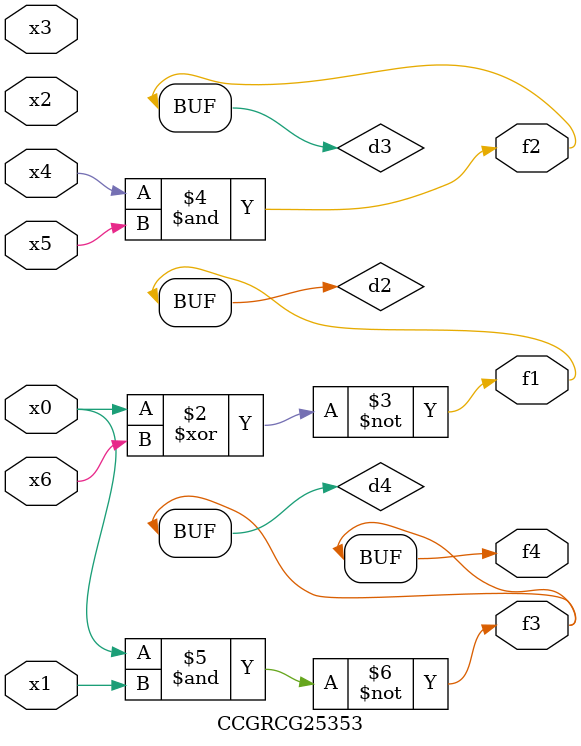
<source format=v>
module CCGRCG25353(
	input x0, x1, x2, x3, x4, x5, x6,
	output f1, f2, f3, f4
);

	wire d1, d2, d3, d4;

	nor (d1, x0);
	xnor (d2, x0, x6);
	and (d3, x4, x5);
	nand (d4, x0, x1);
	assign f1 = d2;
	assign f2 = d3;
	assign f3 = d4;
	assign f4 = d4;
endmodule

</source>
